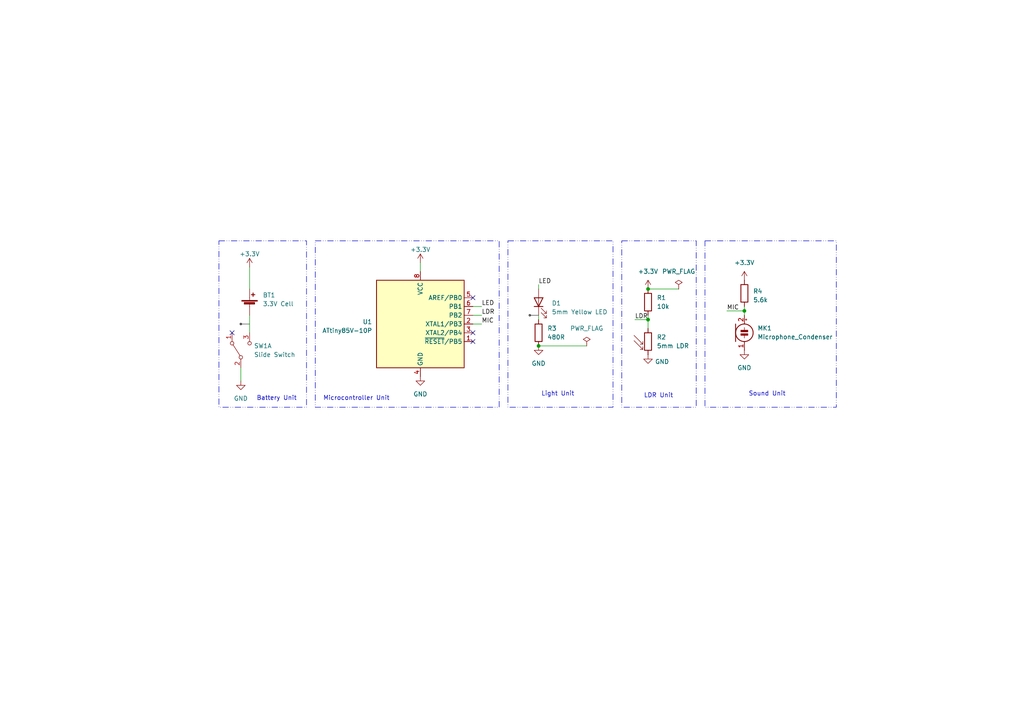
<source format=kicad_sch>
(kicad_sch (version 20250114) (generator "eeschema") (generator_version "9.0")
  (paper "A4")
  (lib_symbols
    (symbol "+3.3V_1" (power) (pin_numbers (hide yes)) (pin_names (offset 0) (hide yes))
      (property "Value" "+3.3V" (at 0 3.556 0))
      (symbol "+3.3V_1_0_1"
        (polyline (pts (xy -0.762 1.27) (xy 0 2.54)))
        (polyline (pts (xy 0 2.54) (xy 0.762 1.27)))
        (polyline (pts (xy 0 0) (xy 0 2.54)))
      )
      (symbol "+3.3V_1_1_1"
        (pin power_in line (at 0 0 90) (length 0) (name "~") (number "1"))
      )
    )
    (symbol "+3.3V_2" (power) (pin_numbers (hide yes)) (pin_names (offset 0) (hide yes))
      (property "Value" "+3.3V" (at 0 3.556 0))
      (symbol "+3.3V_2_0_1"
        (polyline (pts (xy -0.762 1.27) (xy 0 2.54)))
        (polyline (pts (xy 0 2.54) (xy 0.762 1.27)))
        (polyline (pts (xy 0 0) (xy 0 2.54)))
      )
      (symbol "+3.3V_2_1_1"
        (pin power_in line (at 0 0 90) (length 0) (name "~") (number "1"))
      )
    )
    (symbol "Device:Battery_Cell" (pin_numbers (hide yes)) (pin_names (offset 0) (hide yes))
      (property "Reference" "BT" (at 2.54 2.54 0))
      (property "Value" "Battery_Cell" (at 2.54 0 0))
      (symbol "Battery_Cell_0_1"
        (rectangle (start -2.286 1.778) (end 2.286 1.524) (fill (type outline)))
        (rectangle (start -1.5748 1.1938) (end 1.4732 0.6858) (fill (type outline)))
        (polyline (pts (xy 0 1.778) (xy 0 2.54)))
        (polyline (pts (xy 0 0.762) (xy 0 0)))
        (polyline (pts (xy 0.508 3.429) (xy 1.524 3.429)) (stroke (width 0.254)))
        (polyline (pts (xy 1.016 3.937) (xy 1.016 2.921)) (stroke (width 0.254)))
      )
      (symbol "Battery_Cell_1_1"
        (pin passive line (at 0 5.08 270) (length 2.54) (name "+") (number "1"))
        (pin passive line (at 0 -2.54 90) (length 2.54) (name "-") (number "2"))
      )
    )
    (symbol "Device:LED" (pin_numbers (hide yes)) (pin_names (offset 1.016) (hide yes))
      (property "Reference" "D" (at 0 2.54 0))
      (property "Value" "LED" (at 0 -2.54 0))
      (symbol "LED_0_1"
        (polyline (pts (xy -3.048 -0.762) (xy -4.572 -2.286) (xy -3.81 -2.286) (xy -4.572 -2.286) (xy -4.572 -1.524)))
        (polyline (pts (xy -1.778 -0.762) (xy -3.302 -2.286) (xy -2.54 -2.286) (xy -3.302 -2.286) (xy -3.302 -1.524)))
        (polyline (pts (xy -1.27 0) (xy 1.27 0)))
        (polyline (pts (xy -1.27 -1.27) (xy -1.27 1.27)) (stroke (width 0.254)))
        (polyline (pts (xy 1.27 -1.27) (xy 1.27 1.27) (xy -1.27 0) (xy 1.27 -1.27)) (stroke (width 0.254)))
      )
      (symbol "LED_1_1"
        (pin passive line (at -3.81 0 0) (length 2.54) (name "K") (number "1"))
        (pin passive line (at 3.81 0 180) (length 2.54) (name "A") (number "2"))
      )
    )
    (symbol "Device:Microphone_Condenser" (pin_names (offset 0.0254) (hide yes))
      (property "Reference" "MK" (at -3.302 1.27 0))
      (property "Value" "Microphone_Condenser" (at -3.302 -0.635 0))
      (symbol "Microphone_Condenser_0_1"
        (polyline (pts (xy -2.54 2.54) (xy -2.54 -2.54)) (stroke (width 0.254)))
        (polyline (pts (xy 0 0.762) (xy 0 1.524)))
        (circle (center 0 0) (radius 2.54) (stroke (width 0.254)))
        (polyline (pts (xy 0 -0.762) (xy 0 -1.524)))
        (polyline (pts (xy 0.254 3.81) (xy 0.762 3.81)))
        (polyline (pts (xy 0.508 4.064) (xy 0.508 3.556)))
        (rectangle (start 1.016 0.762) (end -1.016 0.254) (fill (type outline)))
        (rectangle (start 1.016 -0.254) (end -1.016 -0.762) (fill (type outline)))
      )
      (symbol "Microphone_Condenser_1_1"
        (pin passive line (at 0 5.08 270) (length 2.54) (name "+") (number "2"))
        (pin passive line (at 0 -5.08 90) (length 2.54) (name "-") (number "1"))
      )
    )
    (symbol "Device:R" (pin_numbers (hide yes)) (pin_names (offset 0))
      (property "Reference" "R" (at 2.032 0 90))
      (property "Value" "R" (at 0 0 90))
      (symbol "R_0_1"
        (rectangle (start -1.016 -2.54) (end 1.016 2.54) (stroke (width 0.254)))
      )
      (symbol "R_1_1"
        (pin passive line (at 0 3.81 270) (length 1.27) (name "~") (number "1"))
        (pin passive line (at 0 -3.81 90) (length 1.27) (name "~") (number "2"))
      )
    )
    (symbol "GND_1" (power) (pin_numbers (hide yes)) (pin_names (offset 0) (hide yes))
      (property "Value" "GND" (at 0 -3.81 0))
      (symbol "GND_1_0_1"
        (polyline (pts (xy 0 0) (xy 0 -1.27) (xy 1.27 -1.27) (xy 0 -2.54) (xy -1.27 -1.27) (xy 0 -1.27)))
      )
      (symbol "GND_1_1_1"
        (pin power_in line (at 0 0 270) (length 0) (name "~") (number "1"))
      )
    )
    (symbol "GND_2" (power) (pin_numbers (hide yes)) (pin_names (offset 0) (hide yes))
      (property "Value" "GND" (at 0 -3.81 0))
      (symbol "GND_2_0_1"
        (polyline (pts (xy 0 0) (xy 0 -1.27) (xy 1.27 -1.27) (xy 0 -2.54) (xy -1.27 -1.27) (xy 0 -1.27)))
      )
      (symbol "GND_2_1_1"
        (pin power_in line (at 0 0 270) (length 0) (name "~") (number "1"))
      )
    )
    (symbol "GND_3" (power) (pin_numbers (hide yes)) (pin_names (offset 0) (hide yes))
      (property "Value" "GND" (at 0 -3.81 0))
      (symbol "GND_3_0_1"
        (polyline (pts (xy 0 0) (xy 0 -1.27) (xy 1.27 -1.27) (xy 0 -2.54) (xy -1.27 -1.27) (xy 0 -1.27)))
      )
      (symbol "GND_3_1_1"
        (pin power_in line (at 0 0 270) (length 0) (name "~") (number "1"))
      )
    )
    (symbol "GND_4" (power) (pin_numbers (hide yes)) (pin_names (offset 0) (hide yes))
      (property "Value" "GND" (at 0 -3.81 0))
      (symbol "GND_4_0_1"
        (polyline (pts (xy 0 0) (xy 0 -1.27) (xy 1.27 -1.27) (xy 0 -2.54) (xy -1.27 -1.27) (xy 0 -1.27)))
      )
      (symbol "GND_4_1_1"
        (pin power_in line (at 0 0 270) (length 0) (name "~") (number "1"))
      )
    )
    (symbol "MCU_Microchip_ATtiny:ATtiny85V-10P"
      (property "Reference" "U" (at -12.7 13.97 0))
      (property "Value" "ATtiny85V-10P" (at 2.54 -13.97 0))
      (symbol "ATtiny85V-10P_0_1"
        (rectangle (start -12.7 -12.7) (end 12.7 12.7) (stroke (width 0.254)) (fill (type background)))
      )
      (symbol "ATtiny85V-10P_1_1"
        (pin power_in line (at 0 15.24 270) (length 2.54) (name "VCC") (number "8"))
        (pin power_in line (at 0 -15.24 90) (length 2.54) (name "GND") (number "4"))
        (pin bidirectional line (at 15.24 7.62 180) (length 2.54) (name "AREF/PB0") (number "5"))
        (pin bidirectional line (at 15.24 5.08 180) (length 2.54) (name "PB1") (number "6"))
        (pin bidirectional line (at 15.24 2.54 180) (length 2.54) (name "PB2") (number "7"))
        (pin bidirectional line (at 15.24 0 180) (length 2.54) (name "XTAL1/PB3") (number "2"))
        (pin bidirectional line (at 15.24 -2.54 180) (length 2.54) (name "XTAL2/PB4") (number "3"))
        (pin bidirectional line (at 15.24 -5.08 180) (length 2.54) (name "~{RESET}/PB5") (number "1"))
      )
    )
    (symbol "Sensor_Optical:LDR07" (pin_numbers (hide yes)) (pin_names (offset 0))
      (property "Reference" "R" (at -5.08 0 90))
      (property "Value" "LDR07" (at 1.905 0 90))
      (symbol "LDR07_0_1"
        (polyline (pts (xy -1.524 -0.762) (xy -4.064 1.778)))
        (polyline (pts (xy -1.524 -0.762) (xy -2.286 -0.762)))
        (polyline (pts (xy -1.524 -0.762) (xy -1.524 0)))
        (polyline (pts (xy -1.524 -2.286) (xy -4.064 0.254)))
        (polyline (pts (xy -1.524 -2.286) (xy -2.286 -2.286)))
        (polyline (pts (xy -1.524 -2.286) (xy -1.524 -1.524)))
        (rectangle (start -1.016 2.54) (end 1.016 -2.54) (stroke (width 0.254)))
      )
      (symbol "LDR07_1_1"
        (pin passive line (at 0 3.81 270) (length 1.27) (name "~") (number "1"))
        (pin passive line (at 0 -3.81 90) (length 1.27) (name "~") (number "2"))
      )
    )
    (symbol "Switch:SW_DPDT_x2" (pin_names (offset 0) (hide yes))
      (property "Reference" "SW" (at 0 4.318 0))
      (property "Value" "SW_DPDT_x2" (at 0 -5.08 0))
      (symbol "SW_DPDT_x2_0_0"
        (circle (center -2.032 0) (radius 0.508))
        (circle (center 2.032 -2.54) (radius 0.508))
      )
      (symbol "SW_DPDT_x2_0_1"
        (polyline (pts (xy -1.524 0.254) (xy 1.651 2.286)))
        (circle (center 2.032 2.54) (radius 0.508))
      )
      (symbol "SW_DPDT_x2_1_1"
        (pin passive line (at -5.08 0 0) (length 2.54) (name "B") (number "2"))
        (pin passive line (at 5.08 2.54 180) (length 2.54) (name "A") (number "1"))
        (pin passive line (at 5.08 -2.54 180) (length 2.54) (name "C") (number "3"))
      )
      (symbol "SW_DPDT_x2_2_1"
        (pin passive line (at -5.08 0 0) (length 2.54) (name "B") (number "5"))
        (pin passive line (at 5.08 2.54 180) (length 2.54) (name "A") (number "4"))
        (pin passive line (at 5.08 -2.54 180) (length 2.54) (name "C") (number "6"))
      )
    )
    (symbol "power:+3.3V" (power) (pin_names (offset 0))
      (property "Value" "+3.3V" (at 0 3.556 0))
      (symbol "+3.3V_0_1"
        (polyline (pts (xy -0.762 1.27) (xy 0 2.54)))
        (polyline (pts (xy 0 2.54) (xy 0.762 1.27)))
        (polyline (pts (xy 0 0) (xy 0 2.54)))
      )
      (symbol "+3.3V_1_1"
        (pin power_in line (at 0 0 90) (length 0) (hide yes) (name "+3.3V") (number "1"))
      )
    )
    (symbol "power:GND" (power) (pin_names (offset 0))
      (property "Value" "GND" (at 0 -3.81 0))
      (symbol "GND_0_1"
        (polyline (pts (xy 0 0) (xy 0 -1.27) (xy 1.27 -1.27) (xy 0 -2.54) (xy -1.27 -1.27) (xy 0 -1.27)))
      )
      (symbol "GND_1_1"
        (pin power_in line (at 0 0 270) (length 0) (hide yes) (name "GND") (number "1"))
      )
    )
    (symbol "power:PWR_FLAG" (power) (pin_numbers (hide yes)) (pin_names (offset 0) (hide yes))
      (property "Value" "PWR_FLAG" (at 0 3.81 0))
      (symbol "PWR_FLAG_0_0"
        (pin power_out line (at 0 0 90) (length 0) (name "~") (number "1"))
      )
      (symbol "PWR_FLAG_0_1"
        (polyline (pts (xy 0 0) (xy 0 1.27) (xy -1.016 1.905) (xy 0 2.54) (xy 1.016 1.905) (xy 0 1.27)))
      )
    )
  )
  (rectangle (start 147.32 69.85) (end 177.8 118.11) (stroke (width 0) (type dash_dot_dot)))
  (rectangle (start 63.5 69.85) (end 88.9 118.11) (stroke (width 0) (type dash_dot_dot)))
  (rectangle (start 91.44 69.85) (end 144.78 118.11) (stroke (width 0) (type dash_dot_dot)))
  (rectangle (start 204.47 69.85) (end 242.57 118.11) (stroke (width 0) (type dash_dot_dot)))
  (rectangle (start 180.34 69.85) (end 201.93 118.11) (stroke (width 0) (type dash_dot_dot)))
  (text "Microcontroller Unit\n" (at 103.378 115.57 0) (effects (font (size 1.27 1.27))))
  (text "Light Unit" (at 161.798 114.3 0) (effects (font (size 1.27 1.27))))
  (text "LDR Unit\n" (at 191.008 114.808 0) (effects (font (size 1.27 1.27))))
  (text "Sound Unit" (at 222.504 114.3 0) (effects (font (size 1.27 1.27))))
  (text "Battery Unit" (at 80.264 115.57 0) (effects (font (size 1.27 1.27))))
  (junction (at 187.96 83.82))
  (junction (at 187.96 92.71))
  (junction (at 156.21 100.33))
  (junction (at 215.9 90.17))
  (no_connect (at 137.16 99.06))
  (no_connect (at 137.16 86.36))
  (no_connect (at 67.31 96.52))
  (no_connect (at 137.16 96.52))
  (wire (pts (xy 184.15 92.71) (xy 187.96 92.71)))
  (wire (pts (xy 187.96 83.82) (xy 196.85 83.82)))
  (wire (pts (xy 137.16 91.44) (xy 139.7 91.44)))
  (wire (pts (xy 156.21 100.33) (xy 170.18 100.33)))
  (wire (pts (xy 121.92 76.2) (xy 121.92 78.74)))
  (wire (pts (xy 69.85 106.68) (xy 69.85 110.49)))
  (wire (pts (xy 137.16 88.9) (xy 139.7 88.9)))
  (wire (pts (xy 156.21 82.55) (xy 156.21 83.82)))
  (wire (pts (xy 187.96 92.71) (xy 187.96 95.25)))
  (wire (pts (xy 215.9 90.17) (xy 215.9 91.44)))
  (wire (pts (xy 215.9 88.9) (xy 215.9 90.17)))
  (wire (pts (xy 72.39 91.44) (xy 72.39 96.52)))
  (wire (pts (xy 187.96 91.44) (xy 187.96 92.71)))
  (wire (pts (xy 72.39 83.82) (xy 72.39 77.47)))
  (wire (pts (xy 210.82 90.17) (xy 215.9 90.17)))
  (wire (pts (xy 137.16 93.98) (xy 139.7 93.98)))
  (wire (pts (xy 156.21 91.44) (xy 156.21 92.71)))
  (label "LDR" (at 139.7 91.44 0))
  (label "LDR" (at 184.15 92.71 0))
  (label "LED" (at 156.21 82.55 0))
  (label "MIC" (at 139.7 93.98 0))
  (label "LED" (at 139.7 88.9 0))
  (label "MIC" (at 210.82 90.17 0))
  (netclass_flag "" (length 2.54) (shape dot) (at 72.39 93.98 90) (property "Netclass" "Signal" (effects (hide yes))))
  (netclass_flag "" (length 2.54) (shape dot) (at 156.21 91.44 90) (property "Netclass" "Signal" (effects (hide yes))))
  (symbol (lib_id "Device:Battery_Cell") (at 72.39 88.9 0) (unit 1)
    (property "Reference" "BT1" (at 76.2 85.5979 0) (effects (justify left)))
    (property "Value" "3.3V Cell" (at 76.2 88.1379 0) (effects (justify left)))
    (property "Footprint" "Battery:BatteryHolder_ComfortableElectronic_CH273-2450_1x2450" (effects (hide yes)))
  )
  (symbol (lib_name "GND_1") (lib_id "power:GND") (at 156.21 100.33 0) (unit 1)
    (property "Reference" "#PWR05" (effects (hide yes)))
    (property "Value" "GND" (at 156.21 105.41 0))
    (property "Description" "Power symbol creates a global label with name \"GND\" , ground" (effects (hide yes)))
  )
  (symbol (lib_id "Device:R") (at 187.96 87.63 0) (unit 1)
    (property "Reference" "R1" (at 190.5 86.3599 0) (effects (justify left)))
    (property "Value" "10k" (at 190.5 88.8999 0) (effects (justify left)))
    (property "Footprint" "Resistor_THT:R_Axial_DIN0207_L6.3mm_D2.5mm_P15.24mm_Horizontal" (effects (hide yes)))
  )
  (symbol (lib_name "GND_4") (lib_id "power:GND") (at 69.85 110.49 0) (unit 1)
    (property "Reference" "#PWR08" (effects (hide yes)))
    (property "Value" "GND" (at 69.85 115.57 0))
    (property "Description" "Power symbol creates a global label with name \"GND\" , ground" (effects (hide yes)))
  )
  (symbol (lib_name "GND_2") (lib_id "power:GND") (at 215.9 101.6 0) (unit 1)
    (property "Reference" "#PWR06" (effects (hide yes)))
    (property "Value" "GND" (at 215.9 106.68 0))
    (property "Description" "Power symbol creates a global label with name \"GND\" , ground" (effects (hide yes)))
  )
  (symbol (lib_id "power:PWR_FLAG") (at 196.85 83.82 0) (unit 1)
    (property "Reference" "#FLG02" (effects (hide yes)))
    (property "Value" "PWR_FLAG" (at 196.85 78.74 0))
    (property "Description" "Special symbol for telling ERC where power comes from" (effects (hide yes)))
  )
  (symbol (lib_id "Switch:SW_DPDT_x2") (at 69.85 101.6 90) (unit 1)
    (property "Reference" "SW1" (at 73.66 100.3299 90) (effects (justify right)))
    (property "Value" "Slide Switch" (at 73.66 102.8699 90) (effects (justify right)))
    (property "Footprint" "Button_Switch_THT:SW_CK_JS202011AQN_DPDT_Angled" (effects (hide yes)))
  )
  (symbol (lib_id "Device:LED") (at 156.21 87.63 90) (unit 1)
    (property "Reference" "D1" (at 160.02 87.9474 90) (effects (justify right)))
    (property "Value" "5mm Yellow LED" (at 160.02 90.4874 90) (effects (justify right)))
    (property "Footprint" "LED_THT:LED_D5.0mm" (effects (hide yes)))
  )
  (symbol (lib_name "+3.3V_1") (lib_id "power:+3.3V") (at 187.96 83.82 0) (unit 1)
    (property "Reference" "#PWR03" (effects (hide yes)))
    (property "Value" "+3.3V" (at 187.96 78.74 0))
    (property "Description" "Power symbol creates a global label with name \"+3.3V\"" (effects (hide yes)))
  )
  (symbol (lib_id "power:+3.3V") (at 121.92 76.2 0) (unit 1)
    (property "Reference" "#PWR01" (effects (hide yes)))
    (property "Value" "+3.3V" (at 121.92 72.39 0))
  )
  (symbol (lib_id "power:PWR_FLAG") (at 170.18 100.33 0) (unit 1)
    (property "Reference" "#FLG01" (effects (hide yes)))
    (property "Value" "PWR_FLAG" (at 170.18 95.25 0))
    (property "Description" "Special symbol for telling ERC where power comes from" (effects (hide yes)))
  )
  (symbol (lib_name "+3.3V_2") (lib_id "power:+3.3V") (at 215.9 81.28 0) (unit 1)
    (property "Reference" "#PWR04" (effects (hide yes)))
    (property "Value" "+3.3V" (at 215.9 76.2 0))
    (property "Description" "Power symbol creates a global label with name \"+3.3V\"" (effects (hide yes)))
  )
  (symbol (lib_id "Sensor_Optical:LDR07") (at 187.96 99.06 0) (unit 1)
    (property "Reference" "R2" (at 190.5 97.7899 0) (effects (justify left)))
    (property "Value" "5mm LDR" (at 190.5 100.3299 0) (effects (justify left)))
    (property "Footprint" "OptoDevice:R_LDR_5.1x4.3mm_P3.4mm_Vertical" (effects (hide yes)))
    (property "Datasheet" "http://www.tme.eu/de/Document/f2e3ad76a925811312d226c31da4cd7e/LDR07.pdf" (effects (hide yes)))
  )
  (symbol (lib_id "power:+3.3V") (at 72.39 77.47 0) (unit 1)
    (property "Reference" "#PWR09" (effects (hide yes)))
    (property "Value" "+3.3V" (at 72.39 73.66 0))
  )
  (symbol (lib_id "Device:R") (at 215.9 85.09 0) (unit 1)
    (property "Reference" "R4" (at 218.44 84.455 0) (effects (justify left)))
    (property "Value" "5.6k" (at 218.44 86.995 0) (effects (justify left)))
    (property "Footprint" "Resistor_THT:R_Axial_DIN0207_L6.3mm_D2.5mm_P15.24mm_Horizontal" (effects (hide yes)))
  )
  (symbol (lib_id "Device:R") (at 156.21 96.52 0) (unit 1)
    (property "Reference" "R3" (at 158.75 95.2499 0) (effects (justify left)))
    (property "Value" "480R" (at 158.75 97.7899 0) (effects (justify left)))
    (property "Footprint" "Resistor_THT:R_Axial_DIN0207_L6.3mm_D2.5mm_P15.24mm_Horizontal" (effects (hide yes)))
  )
  (symbol (lib_id "MCU_Microchip_ATtiny:ATtiny85V-10P") (at 121.92 93.98 0) (unit 1)
    (property "Reference" "U1" (at 107.95 93.345 0) (effects (justify right)))
    (property "Value" "ATtiny85V-10P" (at 107.95 95.885 0) (effects (justify right)))
    (property "Footprint" "Package_DIP:DIP-8_W7.62mm" (effects (hide yes)))
    (property "Datasheet" "http://ww1.microchip.com/downloads/en/DeviceDoc/atmel-2586-avr-8-bit-microcontroller-attiny25-attiny45-attiny85_datasheet.pdf" (effects (hide yes)))
  )
  (symbol (lib_id "power:GND") (at 121.92 109.22 0) (unit 1)
    (property "Reference" "#PWR02" (effects (hide yes)))
    (property "Value" "GND" (at 121.92 114.3 0))
  )
  (symbol (lib_name "GND_3") (lib_id "power:GND") (at 187.96 102.87 0) (unit 1)
    (property "Reference" "#PWR07" (effects (hide yes)))
    (property "Value" "GND" (at 192.024 104.902 0))
    (property "Description" "Power symbol creates a global label with name \"GND\" , ground" (effects (hide yes)))
  )
  (symbol (lib_id "Device:Microphone_Condenser") (at 215.9 96.52 0) (unit 1)
    (property "Reference" "MK1" (at 219.71 95.1865 0) (effects (justify left)))
    (property "Value" "Microphone_Condenser" (at 219.71 97.7265 0) (effects (justify left)))
    (property "Footprint" "Connector_PinHeader_2.54mm:PinHeader_1x02_P2.54mm_Vertical" (effects (hide yes)))
  )
)
</source>
